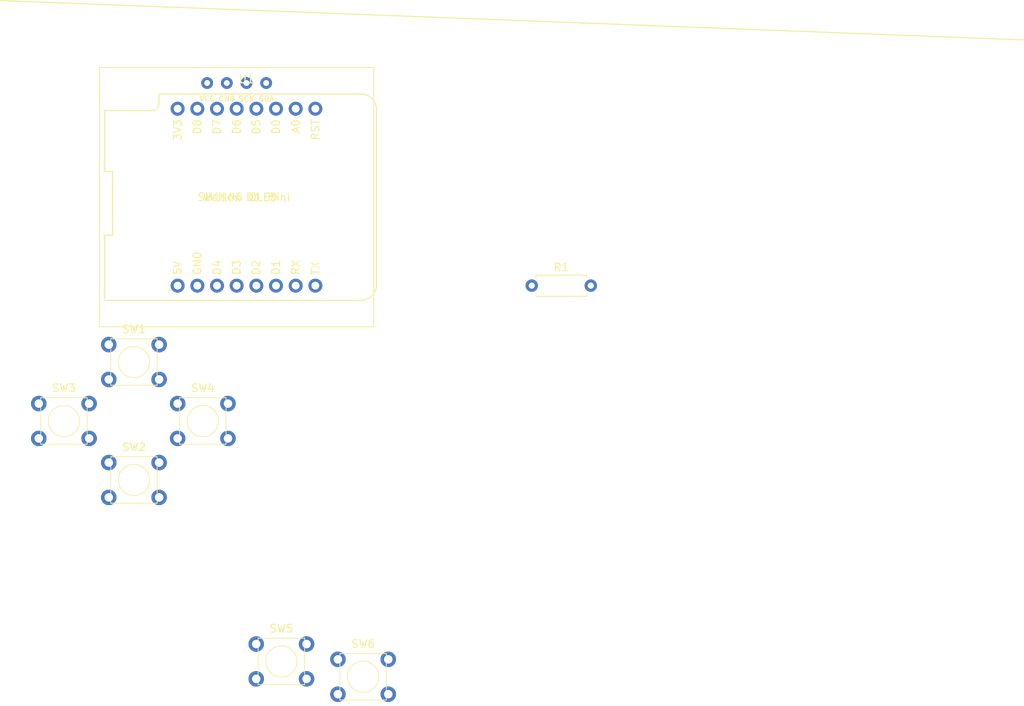
<source format=kicad_pcb>
(kicad_pcb (version 20171130) (host pcbnew 5.1.5+dfsg1-2build2)

  (general
    (thickness 1.6)
    (drawings 1)
    (tracks 0)
    (zones 0)
    (modules 9)
    (nets 24)
  )

  (page A4)
  (layers
    (0 F.Cu signal)
    (31 B.Cu signal)
    (32 B.Adhes user)
    (33 F.Adhes user)
    (34 B.Paste user)
    (35 F.Paste user)
    (36 B.SilkS user)
    (37 F.SilkS user)
    (38 B.Mask user)
    (39 F.Mask user)
    (40 Dwgs.User user)
    (41 Cmts.User user)
    (42 Eco1.User user)
    (43 Eco2.User user)
    (44 Edge.Cuts user)
    (45 Margin user)
    (46 B.CrtYd user hide)
    (47 F.CrtYd user hide)
    (48 B.Fab user hide)
    (49 F.Fab user hide)
  )

  (setup
    (last_trace_width 0.25)
    (trace_clearance 0.2)
    (zone_clearance 0.508)
    (zone_45_only no)
    (trace_min 0.2)
    (via_size 0.8)
    (via_drill 0.4)
    (via_min_size 0.4)
    (via_min_drill 0.3)
    (uvia_size 0.3)
    (uvia_drill 0.1)
    (uvias_allowed no)
    (uvia_min_size 0.2)
    (uvia_min_drill 0.1)
    (edge_width 0.1)
    (segment_width 0.2)
    (pcb_text_width 0.3)
    (pcb_text_size 1.5 1.5)
    (mod_edge_width 0.15)
    (mod_text_size 1 1)
    (mod_text_width 0.15)
    (pad_size 1.524 1.524)
    (pad_drill 0.762)
    (pad_to_mask_clearance 0)
    (aux_axis_origin 0 0)
    (visible_elements FFFFFF7F)
    (pcbplotparams
      (layerselection 0x010fc_ffffffff)
      (usegerberextensions false)
      (usegerberattributes false)
      (usegerberadvancedattributes false)
      (creategerberjobfile false)
      (excludeedgelayer true)
      (linewidth 0.100000)
      (plotframeref false)
      (viasonmask false)
      (mode 1)
      (useauxorigin false)
      (hpglpennumber 1)
      (hpglpenspeed 20)
      (hpglpendiameter 15.000000)
      (psnegative false)
      (psa4output false)
      (plotreference true)
      (plotvalue true)
      (plotinvisibletext false)
      (padsonsilk false)
      (subtractmaskfromsilk false)
      (outputformat 1)
      (mirror false)
      (drillshape 1)
      (scaleselection 1)
      (outputdirectory ""))
  )

  (net 0 "")
  (net 1 GND)
  (net 2 "Net-(Brd1-Pad2)")
  (net 3 "Net-(Brd1-Pad3)")
  (net 4 "Net-(Brd1-Pad4)")
  (net 5 +3V3)
  (net 6 /D0)
  (net 7 /D6)
  (net 8 /D7)
  (net 9 /D5)
  (net 10 /D4)
  (net 11 /D3)
  (net 12 +5V)
  (net 13 "Net-(D1-Pad4)")
  (net 14 "Net-(U1-Pad6)")
  (net 15 "Net-(U1-Pad11)")
  (net 16 "Net-(U1-Pad5)")
  (net 17 "Net-(U1-Pad12)")
  (net 18 "Net-(U1-Pad4)")
  (net 19 "Net-(U1-Pad3)")
  (net 20 "Net-(U1-Pad2)")
  (net 21 "Net-(U1-Pad15)")
  (net 22 "Net-(U1-Pad1)")
  (net 23 "Net-(U1-Pad16)")

  (net_class Default "This is the default net class."
    (clearance 0.2)
    (trace_width 0.25)
    (via_dia 0.8)
    (via_drill 0.4)
    (uvia_dia 0.3)
    (uvia_drill 0.1)
    (add_net +3V3)
    (add_net +5V)
    (add_net /D0)
    (add_net /D3)
    (add_net /D4)
    (add_net /D5)
    (add_net /D6)
    (add_net /D7)
    (add_net GND)
    (add_net "Net-(Brd1-Pad2)")
    (add_net "Net-(Brd1-Pad3)")
    (add_net "Net-(Brd1-Pad4)")
    (add_net "Net-(D1-Pad4)")
    (add_net "Net-(U1-Pad1)")
    (add_net "Net-(U1-Pad11)")
    (add_net "Net-(U1-Pad12)")
    (add_net "Net-(U1-Pad15)")
    (add_net "Net-(U1-Pad16)")
    (add_net "Net-(U1-Pad2)")
    (add_net "Net-(U1-Pad3)")
    (add_net "Net-(U1-Pad4)")
    (add_net "Net-(U1-Pad5)")
    (add_net "Net-(U1-Pad6)")
  )

  (module screens:SH1106-128x64-OLED (layer F.Cu) (tedit 610CF518) (tstamp 610CFD04)
    (at 132.08 90.17)
    (path /6108DD59)
    (fp_text reference Brd1 (at 0 -2.54) (layer F.SilkS) hide
      (effects (font (size 1 1) (thickness 0.15)))
    )
    (fp_text value SH1106 (at 0.127 18.1864) (layer F.Fab)
      (effects (font (size 1 1) (thickness 0.15)))
    )
    (fp_line (start 17.7 16.75) (end 17.7 -16.75) (layer F.SilkS) (width 0.12))
    (fp_line (start -17.7 -16.75) (end 17.7 -16.75) (layer F.SilkS) (width 0.12))
    (fp_text user VCC (at -3.7973 -12.7127) (layer F.SilkS)
      (effects (font (size 0.7 0.7) (thickness 0.125)))
    )
    (fp_text user GND (at -1.2573 -12.7127) (layer F.SilkS)
      (effects (font (size 0.7 0.7) (thickness 0.125)))
    )
    (fp_text user SCK (at 1.2827 -12.7127) (layer F.SilkS)
      (effects (font (size 0.7 0.7) (thickness 0.125)))
    )
    (fp_text user SDA (at 3.8227 -12.7127) (layer F.SilkS)
      (effects (font (size 0.7 0.7) (thickness 0.125)))
    )
    (fp_line (start -17.7 16.75) (end 17.7 16.75) (layer F.SilkS) (width 0.12))
    (fp_line (start -17.7 -16.75) (end -17.7 16.75) (layer F.SilkS) (width 0.12))
    (fp_text user "SH1106 OLED" (at 0.127 0) (layer F.SilkS)
      (effects (font (size 1 1) (thickness 0.15)))
    )
    (pad 1 thru_hole circle (at -3.81 -14.75) (size 1.524 1.524) (drill 0.762) (layers *.Cu *.Mask)
      (net 1 GND))
    (pad 2 thru_hole circle (at -1.27 -14.75) (size 1.524 1.524) (drill 0.762) (layers *.Cu *.Mask)
      (net 2 "Net-(Brd1-Pad2)"))
    (pad 3 thru_hole circle (at 1.27 -14.75) (size 1.524 1.524) (drill 0.762) (layers *.Cu *.Mask)
      (net 3 "Net-(Brd1-Pad3)"))
    (pad 4 thru_hole circle (at 3.81 -14.75) (size 1.524 1.524) (drill 0.762) (layers *.Cu *.Mask)
      (net 4 "Net-(Brd1-Pad4)"))
  )

  (module Resistor_THT:R_Axial_DIN0207_L6.3mm_D2.5mm_P7.62mm_Horizontal (layer F.Cu) (tedit 5AE5139B) (tstamp 610CFD1B)
    (at 170.18 101.6)
    (descr "Resistor, Axial_DIN0207 series, Axial, Horizontal, pin pitch=7.62mm, 0.25W = 1/4W, length*diameter=6.3*2.5mm^2, http://cdn-reichelt.de/documents/datenblatt/B400/1_4W%23YAG.pdf")
    (tags "Resistor Axial_DIN0207 series Axial Horizontal pin pitch 7.62mm 0.25W = 1/4W length 6.3mm diameter 2.5mm")
    (path /6113A66D)
    (fp_text reference R1 (at 3.81 -2.37) (layer F.SilkS)
      (effects (font (size 1 1) (thickness 0.15)))
    )
    (fp_text value 10K (at 3.81 2.37) (layer F.Fab)
      (effects (font (size 1 1) (thickness 0.15)))
    )
    (fp_line (start 0.66 -1.25) (end 0.66 1.25) (layer F.Fab) (width 0.1))
    (fp_line (start 0.66 1.25) (end 6.96 1.25) (layer F.Fab) (width 0.1))
    (fp_line (start 6.96 1.25) (end 6.96 -1.25) (layer F.Fab) (width 0.1))
    (fp_line (start 6.96 -1.25) (end 0.66 -1.25) (layer F.Fab) (width 0.1))
    (fp_line (start 0 0) (end 0.66 0) (layer F.Fab) (width 0.1))
    (fp_line (start 7.62 0) (end 6.96 0) (layer F.Fab) (width 0.1))
    (fp_line (start 0.54 -1.04) (end 0.54 -1.37) (layer F.SilkS) (width 0.12))
    (fp_line (start 0.54 -1.37) (end 7.08 -1.37) (layer F.SilkS) (width 0.12))
    (fp_line (start 7.08 -1.37) (end 7.08 -1.04) (layer F.SilkS) (width 0.12))
    (fp_line (start 0.54 1.04) (end 0.54 1.37) (layer F.SilkS) (width 0.12))
    (fp_line (start 0.54 1.37) (end 7.08 1.37) (layer F.SilkS) (width 0.12))
    (fp_line (start 7.08 1.37) (end 7.08 1.04) (layer F.SilkS) (width 0.12))
    (fp_line (start -1.05 -1.5) (end -1.05 1.5) (layer F.CrtYd) (width 0.05))
    (fp_line (start -1.05 1.5) (end 8.67 1.5) (layer F.CrtYd) (width 0.05))
    (fp_line (start 8.67 1.5) (end 8.67 -1.5) (layer F.CrtYd) (width 0.05))
    (fp_line (start 8.67 -1.5) (end -1.05 -1.5) (layer F.CrtYd) (width 0.05))
    (fp_text user %R (at 3.81 0) (layer F.Fab)
      (effects (font (size 1 1) (thickness 0.15)))
    )
    (pad 1 thru_hole circle (at 0 0) (size 1.6 1.6) (drill 0.8) (layers *.Cu *.Mask)
      (net 5 +3V3))
    (pad 2 thru_hole oval (at 7.62 0) (size 1.6 1.6) (drill 0.8) (layers *.Cu *.Mask)
      (net 6 /D0))
    (model ${KISYS3DMOD}/Resistor_THT.3dshapes/R_Axial_DIN0207_L6.3mm_D2.5mm_P7.62mm_Horizontal.wrl
      (at (xyz 0 0 0))
      (scale (xyz 1 1 1))
      (rotate (xyz 0 0 0))
    )
  )

  (module Buttons_Switches_THT:SW_PUSH_6mm (layer F.Cu) (tedit 610CC1CE) (tstamp 610CFD3A)
    (at 115.57 109.22)
    (descr https://www.omron.com/ecb/products/pdf/en-b3f.pdf)
    (tags "tact sw push 6mm")
    (path /6107F0D4)
    (fp_text reference SW1 (at 3.25 -2) (layer F.SilkS)
      (effects (font (size 1 1) (thickness 0.15)))
    )
    (fp_text value Up (at 3.75 7.62) (layer F.Fab)
      (effects (font (size 1 1) (thickness 0.15)))
    )
    (fp_text user %R (at 3.25 2.25) (layer F.Fab)
      (effects (font (size 1 1) (thickness 0.15)))
    )
    (fp_line (start 3.25 -0.75) (end 6.25 -0.75) (layer F.SilkS) (width 0.1))
    (fp_line (start 6.25 -0.75) (end 6.25 5.25) (layer F.SilkS) (width 0.1))
    (fp_line (start 6.25 5.25) (end 0.25 5.25) (layer F.SilkS) (width 0.1))
    (fp_line (start 0.25 5.25) (end 0.25 -0.75) (layer F.SilkS) (width 0.1))
    (fp_line (start 0.25 -0.75) (end 3.25 -0.75) (layer F.SilkS) (width 0.1))
    (fp_line (start 7.75 6) (end 8 6) (layer F.CrtYd) (width 0.05))
    (fp_line (start 8 6) (end 8 5.75) (layer F.CrtYd) (width 0.05))
    (fp_line (start 7.75 -1.5) (end 8 -1.5) (layer F.CrtYd) (width 0.05))
    (fp_line (start 8 -1.5) (end 8 -1.25) (layer F.CrtYd) (width 0.05))
    (fp_line (start -1.5 -1.25) (end -1.5 -1.5) (layer F.CrtYd) (width 0.05))
    (fp_line (start -1.5 -1.5) (end -1.25 -1.5) (layer F.CrtYd) (width 0.05))
    (fp_line (start -1.5 5.75) (end -1.5 6) (layer F.CrtYd) (width 0.05))
    (fp_line (start -1.5 6) (end -1.25 6) (layer F.CrtYd) (width 0.05))
    (fp_line (start -1.25 -1.5) (end 7.75 -1.5) (layer F.CrtYd) (width 0.05))
    (fp_line (start -1.5 5.75) (end -1.5 -1.25) (layer F.CrtYd) (width 0.05))
    (fp_line (start 7.75 6) (end -1.25 6) (layer F.CrtYd) (width 0.05))
    (fp_line (start 8 -1.25) (end 8 5.75) (layer F.CrtYd) (width 0.05))
    (fp_line (start 1 5.5) (end 5.5 5.5) (layer F.Fab) (width 0.12))
    (fp_line (start -0.25 1.5) (end -0.25 3) (layer F.Fab) (width 0.12))
    (fp_line (start 5.5 -1) (end 1 -1) (layer F.Fab) (width 0.12))
    (fp_line (start 6.75 3) (end 6.75 1.5) (layer F.Fab) (width 0.12))
    (fp_circle (center 3.25 2.25) (end 5.265564 2.25) (layer F.SilkS) (width 0.1))
    (pad 2 thru_hole circle (at 0 4.5 90) (size 2 2) (drill 1.1) (layers *.Cu *.Mask)
      (net 1 GND))
    (pad 1 thru_hole circle (at 0 0 90) (size 2 2) (drill 1.1) (layers *.Cu *.Mask)
      (net 7 /D6))
    (pad 2 thru_hole circle (at 6.5 4.5 90) (size 2 2) (drill 1.1) (layers *.Cu *.Mask)
      (net 1 GND))
    (pad 1 thru_hole circle (at 6.5 0 90) (size 2 2) (drill 1.1) (layers *.Cu *.Mask)
      (net 7 /D6))
    (model ${KISYS3DMOD}/Buttons_Switches_THT.3dshapes/SW_PUSH_6mm.wrl
      (offset (xyz 0.1269999980926514 0 0))
      (scale (xyz 0.3937 0.3937 0.3937))
      (rotate (xyz 0 0 0))
    )
  )

  (module Buttons_Switches_THT:SW_PUSH_6mm (layer F.Cu) (tedit 610CC1CE) (tstamp 610CFD59)
    (at 115.57 124.46)
    (descr https://www.omron.com/ecb/products/pdf/en-b3f.pdf)
    (tags "tact sw push 6mm")
    (path /6107FC58)
    (fp_text reference SW2 (at 3.25 -2) (layer F.SilkS)
      (effects (font (size 1 1) (thickness 0.15)))
    )
    (fp_text value Down (at 3.75 7.62) (layer F.Fab)
      (effects (font (size 1 1) (thickness 0.15)))
    )
    (fp_circle (center 3.25 2.25) (end 5.265564 2.25) (layer F.SilkS) (width 0.1))
    (fp_line (start 6.75 3) (end 6.75 1.5) (layer F.Fab) (width 0.12))
    (fp_line (start 5.5 -1) (end 1 -1) (layer F.Fab) (width 0.12))
    (fp_line (start -0.25 1.5) (end -0.25 3) (layer F.Fab) (width 0.12))
    (fp_line (start 1 5.5) (end 5.5 5.5) (layer F.Fab) (width 0.12))
    (fp_line (start 8 -1.25) (end 8 5.75) (layer F.CrtYd) (width 0.05))
    (fp_line (start 7.75 6) (end -1.25 6) (layer F.CrtYd) (width 0.05))
    (fp_line (start -1.5 5.75) (end -1.5 -1.25) (layer F.CrtYd) (width 0.05))
    (fp_line (start -1.25 -1.5) (end 7.75 -1.5) (layer F.CrtYd) (width 0.05))
    (fp_line (start -1.5 6) (end -1.25 6) (layer F.CrtYd) (width 0.05))
    (fp_line (start -1.5 5.75) (end -1.5 6) (layer F.CrtYd) (width 0.05))
    (fp_line (start -1.5 -1.5) (end -1.25 -1.5) (layer F.CrtYd) (width 0.05))
    (fp_line (start -1.5 -1.25) (end -1.5 -1.5) (layer F.CrtYd) (width 0.05))
    (fp_line (start 8 -1.5) (end 8 -1.25) (layer F.CrtYd) (width 0.05))
    (fp_line (start 7.75 -1.5) (end 8 -1.5) (layer F.CrtYd) (width 0.05))
    (fp_line (start 8 6) (end 8 5.75) (layer F.CrtYd) (width 0.05))
    (fp_line (start 7.75 6) (end 8 6) (layer F.CrtYd) (width 0.05))
    (fp_line (start 0.25 -0.75) (end 3.25 -0.75) (layer F.SilkS) (width 0.1))
    (fp_line (start 0.25 5.25) (end 0.25 -0.75) (layer F.SilkS) (width 0.1))
    (fp_line (start 6.25 5.25) (end 0.25 5.25) (layer F.SilkS) (width 0.1))
    (fp_line (start 6.25 -0.75) (end 6.25 5.25) (layer F.SilkS) (width 0.1))
    (fp_line (start 3.25 -0.75) (end 6.25 -0.75) (layer F.SilkS) (width 0.1))
    (fp_text user %R (at 3.25 2.25) (layer F.Fab)
      (effects (font (size 1 1) (thickness 0.15)))
    )
    (pad 1 thru_hole circle (at 6.5 0 90) (size 2 2) (drill 1.1) (layers *.Cu *.Mask)
      (net 6 /D0))
    (pad 2 thru_hole circle (at 6.5 4.5 90) (size 2 2) (drill 1.1) (layers *.Cu *.Mask)
      (net 1 GND))
    (pad 1 thru_hole circle (at 0 0 90) (size 2 2) (drill 1.1) (layers *.Cu *.Mask)
      (net 6 /D0))
    (pad 2 thru_hole circle (at 0 4.5 90) (size 2 2) (drill 1.1) (layers *.Cu *.Mask)
      (net 1 GND))
    (model ${KISYS3DMOD}/Buttons_Switches_THT.3dshapes/SW_PUSH_6mm.wrl
      (offset (xyz 0.1269999980926514 0 0))
      (scale (xyz 0.3937 0.3937 0.3937))
      (rotate (xyz 0 0 0))
    )
  )

  (module Buttons_Switches_THT:SW_PUSH_6mm (layer F.Cu) (tedit 610CC1CE) (tstamp 610CFD78)
    (at 106.53 116.84)
    (descr https://www.omron.com/ecb/products/pdf/en-b3f.pdf)
    (tags "tact sw push 6mm")
    (path /610800B0)
    (fp_text reference SW3 (at 3.25 -2) (layer F.SilkS)
      (effects (font (size 1 1) (thickness 0.15)))
    )
    (fp_text value Left (at 3.75 7.62) (layer F.Fab)
      (effects (font (size 1 1) (thickness 0.15)))
    )
    (fp_circle (center 3.25 2.25) (end 5.265564 2.25) (layer F.SilkS) (width 0.1))
    (fp_line (start 6.75 3) (end 6.75 1.5) (layer F.Fab) (width 0.12))
    (fp_line (start 5.5 -1) (end 1 -1) (layer F.Fab) (width 0.12))
    (fp_line (start -0.25 1.5) (end -0.25 3) (layer F.Fab) (width 0.12))
    (fp_line (start 1 5.5) (end 5.5 5.5) (layer F.Fab) (width 0.12))
    (fp_line (start 8 -1.25) (end 8 5.75) (layer F.CrtYd) (width 0.05))
    (fp_line (start 7.75 6) (end -1.25 6) (layer F.CrtYd) (width 0.05))
    (fp_line (start -1.5 5.75) (end -1.5 -1.25) (layer F.CrtYd) (width 0.05))
    (fp_line (start -1.25 -1.5) (end 7.75 -1.5) (layer F.CrtYd) (width 0.05))
    (fp_line (start -1.5 6) (end -1.25 6) (layer F.CrtYd) (width 0.05))
    (fp_line (start -1.5 5.75) (end -1.5 6) (layer F.CrtYd) (width 0.05))
    (fp_line (start -1.5 -1.5) (end -1.25 -1.5) (layer F.CrtYd) (width 0.05))
    (fp_line (start -1.5 -1.25) (end -1.5 -1.5) (layer F.CrtYd) (width 0.05))
    (fp_line (start 8 -1.5) (end 8 -1.25) (layer F.CrtYd) (width 0.05))
    (fp_line (start 7.75 -1.5) (end 8 -1.5) (layer F.CrtYd) (width 0.05))
    (fp_line (start 8 6) (end 8 5.75) (layer F.CrtYd) (width 0.05))
    (fp_line (start 7.75 6) (end 8 6) (layer F.CrtYd) (width 0.05))
    (fp_line (start 0.25 -0.75) (end 3.25 -0.75) (layer F.SilkS) (width 0.1))
    (fp_line (start 0.25 5.25) (end 0.25 -0.75) (layer F.SilkS) (width 0.1))
    (fp_line (start 6.25 5.25) (end 0.25 5.25) (layer F.SilkS) (width 0.1))
    (fp_line (start 6.25 -0.75) (end 6.25 5.25) (layer F.SilkS) (width 0.1))
    (fp_line (start 3.25 -0.75) (end 6.25 -0.75) (layer F.SilkS) (width 0.1))
    (fp_text user %R (at 3.25 2.25) (layer F.Fab)
      (effects (font (size 1 1) (thickness 0.15)))
    )
    (pad 1 thru_hole circle (at 6.5 0 90) (size 2 2) (drill 1.1) (layers *.Cu *.Mask)
      (net 8 /D7))
    (pad 2 thru_hole circle (at 6.5 4.5 90) (size 2 2) (drill 1.1) (layers *.Cu *.Mask)
      (net 1 GND))
    (pad 1 thru_hole circle (at 0 0 90) (size 2 2) (drill 1.1) (layers *.Cu *.Mask)
      (net 8 /D7))
    (pad 2 thru_hole circle (at 0 4.5 90) (size 2 2) (drill 1.1) (layers *.Cu *.Mask)
      (net 1 GND))
    (model ${KISYS3DMOD}/Buttons_Switches_THT.3dshapes/SW_PUSH_6mm.wrl
      (offset (xyz 0.1269999980926514 0 0))
      (scale (xyz 0.3937 0.3937 0.3937))
      (rotate (xyz 0 0 0))
    )
  )

  (module Buttons_Switches_THT:SW_PUSH_6mm (layer F.Cu) (tedit 610CC1CE) (tstamp 610CFD97)
    (at 124.46 116.84)
    (descr https://www.omron.com/ecb/products/pdf/en-b3f.pdf)
    (tags "tact sw push 6mm")
    (path /61080994)
    (fp_text reference SW4 (at 3.25 -2) (layer F.SilkS)
      (effects (font (size 1 1) (thickness 0.15)))
    )
    (fp_text value Right (at 3.75 7.62) (layer F.Fab)
      (effects (font (size 1 1) (thickness 0.15)))
    )
    (fp_text user %R (at 3.25 2.25) (layer F.Fab)
      (effects (font (size 1 1) (thickness 0.15)))
    )
    (fp_line (start 3.25 -0.75) (end 6.25 -0.75) (layer F.SilkS) (width 0.1))
    (fp_line (start 6.25 -0.75) (end 6.25 5.25) (layer F.SilkS) (width 0.1))
    (fp_line (start 6.25 5.25) (end 0.25 5.25) (layer F.SilkS) (width 0.1))
    (fp_line (start 0.25 5.25) (end 0.25 -0.75) (layer F.SilkS) (width 0.1))
    (fp_line (start 0.25 -0.75) (end 3.25 -0.75) (layer F.SilkS) (width 0.1))
    (fp_line (start 7.75 6) (end 8 6) (layer F.CrtYd) (width 0.05))
    (fp_line (start 8 6) (end 8 5.75) (layer F.CrtYd) (width 0.05))
    (fp_line (start 7.75 -1.5) (end 8 -1.5) (layer F.CrtYd) (width 0.05))
    (fp_line (start 8 -1.5) (end 8 -1.25) (layer F.CrtYd) (width 0.05))
    (fp_line (start -1.5 -1.25) (end -1.5 -1.5) (layer F.CrtYd) (width 0.05))
    (fp_line (start -1.5 -1.5) (end -1.25 -1.5) (layer F.CrtYd) (width 0.05))
    (fp_line (start -1.5 5.75) (end -1.5 6) (layer F.CrtYd) (width 0.05))
    (fp_line (start -1.5 6) (end -1.25 6) (layer F.CrtYd) (width 0.05))
    (fp_line (start -1.25 -1.5) (end 7.75 -1.5) (layer F.CrtYd) (width 0.05))
    (fp_line (start -1.5 5.75) (end -1.5 -1.25) (layer F.CrtYd) (width 0.05))
    (fp_line (start 7.75 6) (end -1.25 6) (layer F.CrtYd) (width 0.05))
    (fp_line (start 8 -1.25) (end 8 5.75) (layer F.CrtYd) (width 0.05))
    (fp_line (start 1 5.5) (end 5.5 5.5) (layer F.Fab) (width 0.12))
    (fp_line (start -0.25 1.5) (end -0.25 3) (layer F.Fab) (width 0.12))
    (fp_line (start 5.5 -1) (end 1 -1) (layer F.Fab) (width 0.12))
    (fp_line (start 6.75 3) (end 6.75 1.5) (layer F.Fab) (width 0.12))
    (fp_circle (center 3.25 2.25) (end 5.265564 2.25) (layer F.SilkS) (width 0.1))
    (pad 2 thru_hole circle (at 0 4.5 90) (size 2 2) (drill 1.1) (layers *.Cu *.Mask)
      (net 1 GND))
    (pad 1 thru_hole circle (at 0 0 90) (size 2 2) (drill 1.1) (layers *.Cu *.Mask)
      (net 9 /D5))
    (pad 2 thru_hole circle (at 6.5 4.5 90) (size 2 2) (drill 1.1) (layers *.Cu *.Mask)
      (net 1 GND))
    (pad 1 thru_hole circle (at 6.5 0 90) (size 2 2) (drill 1.1) (layers *.Cu *.Mask)
      (net 9 /D5))
    (model ${KISYS3DMOD}/Buttons_Switches_THT.3dshapes/SW_PUSH_6mm.wrl
      (offset (xyz 0.1269999980926514 0 0))
      (scale (xyz 0.3937 0.3937 0.3937))
      (rotate (xyz 0 0 0))
    )
  )

  (module Buttons_Switches_THT:SW_PUSH_6mm (layer F.Cu) (tedit 610CC1CE) (tstamp 610CFDB6)
    (at 134.605001 147.905001)
    (descr https://www.omron.com/ecb/products/pdf/en-b3f.pdf)
    (tags "tact sw push 6mm")
    (path /61080C78)
    (fp_text reference SW5 (at 3.25 -2) (layer F.SilkS)
      (effects (font (size 1 1) (thickness 0.15)))
    )
    (fp_text value A (at 3.75 7.62) (layer F.Fab)
      (effects (font (size 1 1) (thickness 0.15)))
    )
    (fp_text user %R (at 3.25 2.25) (layer F.Fab)
      (effects (font (size 1 1) (thickness 0.15)))
    )
    (fp_line (start 3.25 -0.75) (end 6.25 -0.75) (layer F.SilkS) (width 0.1))
    (fp_line (start 6.25 -0.75) (end 6.25 5.25) (layer F.SilkS) (width 0.1))
    (fp_line (start 6.25 5.25) (end 0.25 5.25) (layer F.SilkS) (width 0.1))
    (fp_line (start 0.25 5.25) (end 0.25 -0.75) (layer F.SilkS) (width 0.1))
    (fp_line (start 0.25 -0.75) (end 3.25 -0.75) (layer F.SilkS) (width 0.1))
    (fp_line (start 7.75 6) (end 8 6) (layer F.CrtYd) (width 0.05))
    (fp_line (start 8 6) (end 8 5.75) (layer F.CrtYd) (width 0.05))
    (fp_line (start 7.75 -1.5) (end 8 -1.5) (layer F.CrtYd) (width 0.05))
    (fp_line (start 8 -1.5) (end 8 -1.25) (layer F.CrtYd) (width 0.05))
    (fp_line (start -1.5 -1.25) (end -1.5 -1.5) (layer F.CrtYd) (width 0.05))
    (fp_line (start -1.5 -1.5) (end -1.25 -1.5) (layer F.CrtYd) (width 0.05))
    (fp_line (start -1.5 5.75) (end -1.5 6) (layer F.CrtYd) (width 0.05))
    (fp_line (start -1.5 6) (end -1.25 6) (layer F.CrtYd) (width 0.05))
    (fp_line (start -1.25 -1.5) (end 7.75 -1.5) (layer F.CrtYd) (width 0.05))
    (fp_line (start -1.5 5.75) (end -1.5 -1.25) (layer F.CrtYd) (width 0.05))
    (fp_line (start 7.75 6) (end -1.25 6) (layer F.CrtYd) (width 0.05))
    (fp_line (start 8 -1.25) (end 8 5.75) (layer F.CrtYd) (width 0.05))
    (fp_line (start 1 5.5) (end 5.5 5.5) (layer F.Fab) (width 0.12))
    (fp_line (start -0.25 1.5) (end -0.25 3) (layer F.Fab) (width 0.12))
    (fp_line (start 5.5 -1) (end 1 -1) (layer F.Fab) (width 0.12))
    (fp_line (start 6.75 3) (end 6.75 1.5) (layer F.Fab) (width 0.12))
    (fp_circle (center 3.25 2.25) (end 5.265564 2.25) (layer F.SilkS) (width 0.1))
    (pad 2 thru_hole circle (at 0 4.5 90) (size 2 2) (drill 1.1) (layers *.Cu *.Mask)
      (net 1 GND))
    (pad 1 thru_hole circle (at 0 0 90) (size 2 2) (drill 1.1) (layers *.Cu *.Mask)
      (net 10 /D4))
    (pad 2 thru_hole circle (at 6.5 4.5 90) (size 2 2) (drill 1.1) (layers *.Cu *.Mask)
      (net 1 GND))
    (pad 1 thru_hole circle (at 6.5 0 90) (size 2 2) (drill 1.1) (layers *.Cu *.Mask)
      (net 10 /D4))
    (model ${KISYS3DMOD}/Buttons_Switches_THT.3dshapes/SW_PUSH_6mm.wrl
      (offset (xyz 0.1269999980926514 0 0))
      (scale (xyz 0.3937 0.3937 0.3937))
      (rotate (xyz 0 0 0))
    )
  )

  (module Buttons_Switches_THT:SW_PUSH_6mm (layer F.Cu) (tedit 610CC1CE) (tstamp 610CFDD5)
    (at 145.155001 149.885001)
    (descr https://www.omron.com/ecb/products/pdf/en-b3f.pdf)
    (tags "tact sw push 6mm")
    (path /61080505)
    (fp_text reference SW6 (at 3.25 -2) (layer F.SilkS)
      (effects (font (size 1 1) (thickness 0.15)))
    )
    (fp_text value B (at 3.75 7.62) (layer F.Fab)
      (effects (font (size 1 1) (thickness 0.15)))
    )
    (fp_circle (center 3.25 2.25) (end 5.265564 2.25) (layer F.SilkS) (width 0.1))
    (fp_line (start 6.75 3) (end 6.75 1.5) (layer F.Fab) (width 0.12))
    (fp_line (start 5.5 -1) (end 1 -1) (layer F.Fab) (width 0.12))
    (fp_line (start -0.25 1.5) (end -0.25 3) (layer F.Fab) (width 0.12))
    (fp_line (start 1 5.5) (end 5.5 5.5) (layer F.Fab) (width 0.12))
    (fp_line (start 8 -1.25) (end 8 5.75) (layer F.CrtYd) (width 0.05))
    (fp_line (start 7.75 6) (end -1.25 6) (layer F.CrtYd) (width 0.05))
    (fp_line (start -1.5 5.75) (end -1.5 -1.25) (layer F.CrtYd) (width 0.05))
    (fp_line (start -1.25 -1.5) (end 7.75 -1.5) (layer F.CrtYd) (width 0.05))
    (fp_line (start -1.5 6) (end -1.25 6) (layer F.CrtYd) (width 0.05))
    (fp_line (start -1.5 5.75) (end -1.5 6) (layer F.CrtYd) (width 0.05))
    (fp_line (start -1.5 -1.5) (end -1.25 -1.5) (layer F.CrtYd) (width 0.05))
    (fp_line (start -1.5 -1.25) (end -1.5 -1.5) (layer F.CrtYd) (width 0.05))
    (fp_line (start 8 -1.5) (end 8 -1.25) (layer F.CrtYd) (width 0.05))
    (fp_line (start 7.75 -1.5) (end 8 -1.5) (layer F.CrtYd) (width 0.05))
    (fp_line (start 8 6) (end 8 5.75) (layer F.CrtYd) (width 0.05))
    (fp_line (start 7.75 6) (end 8 6) (layer F.CrtYd) (width 0.05))
    (fp_line (start 0.25 -0.75) (end 3.25 -0.75) (layer F.SilkS) (width 0.1))
    (fp_line (start 0.25 5.25) (end 0.25 -0.75) (layer F.SilkS) (width 0.1))
    (fp_line (start 6.25 5.25) (end 0.25 5.25) (layer F.SilkS) (width 0.1))
    (fp_line (start 6.25 -0.75) (end 6.25 5.25) (layer F.SilkS) (width 0.1))
    (fp_line (start 3.25 -0.75) (end 6.25 -0.75) (layer F.SilkS) (width 0.1))
    (fp_text user %R (at 3.25 2.25) (layer F.Fab)
      (effects (font (size 1 1) (thickness 0.15)))
    )
    (pad 1 thru_hole circle (at 6.5 0 90) (size 2 2) (drill 1.1) (layers *.Cu *.Mask)
      (net 11 /D3))
    (pad 2 thru_hole circle (at 6.5 4.5 90) (size 2 2) (drill 1.1) (layers *.Cu *.Mask)
      (net 1 GND))
    (pad 1 thru_hole circle (at 0 0 90) (size 2 2) (drill 1.1) (layers *.Cu *.Mask)
      (net 11 /D3))
    (pad 2 thru_hole circle (at 0 4.5 90) (size 2 2) (drill 1.1) (layers *.Cu *.Mask)
      (net 1 GND))
    (model ${KISYS3DMOD}/Buttons_Switches_THT.3dshapes/SW_PUSH_6mm.wrl
      (offset (xyz 0.1269999980926514 0 0))
      (scale (xyz 0.3937 0.3937 0.3937))
      (rotate (xyz 0 0 0))
    )
  )

  (module wemos-d1-mini:wemos-d1-mini-with-pin-header-and-connector (layer F.Cu) (tedit 610C99A9) (tstamp 610CFE10)
    (at 133.35 90.17)
    (path /6107D786)
    (fp_text reference U1 (at 0 -15.24) (layer F.SilkS)
      (effects (font (size 1 1) (thickness 0.15)))
    )
    (fp_text value "WeMos D1 Mini" (at 0 0) (layer F.SilkS)
      (effects (font (size 1 1) (thickness 0.15)))
    )
    (fp_line (start -18.3 13.33) (end 14.78 13.33) (layer F.SilkS) (width 0.15))
    (fp_line (start 16.78 11.33) (end 16.78 -11.33) (layer F.SilkS) (width 0.15))
    (fp_line (start 14.78 -13.33) (end -11.3 -13.33) (layer F.SilkS) (width 0.15))
    (fp_line (start -18.3 -11.18) (end -18.3 -3.32) (layer F.SilkS) (width 0.15))
    (fp_line (start -18.3 -3.32) (end -17.3 -3.32) (layer F.SilkS) (width 0.15))
    (fp_line (start -17.3 -3.32) (end -17.3 4.9) (layer F.SilkS) (width 0.15))
    (fp_line (start -17.3 4.9) (end -18.3 4.9) (layer F.SilkS) (width 0.15))
    (fp_line (start -18.3 4.9) (end -18.3 13.329999) (layer F.SilkS) (width 0.15))
    (fp_line (start -11.48 -13.5) (end 14.85 -13.5) (layer F.CrtYd) (width 0.05))
    (fp_line (start 16.94 -11.5) (end 16.94 11.5) (layer F.CrtYd) (width 0.05))
    (fp_line (start 14.94 13.5) (end -18.46 13.5) (layer F.CrtYd) (width 0.05))
    (fp_line (start -18.46 13.5) (end -18.46 -11.33) (layer F.CrtYd) (width 0.05))
    (fp_arc (start 14.78 -11.33) (end 14.78 -13.33) (angle 90) (layer F.SilkS) (width 0.15))
    (fp_arc (start 14.78 11.33) (end 16.78 11.33) (angle 90) (layer F.SilkS) (width 0.15))
    (fp_arc (start 14.94 11.5) (end 16.94 11.5) (angle 90) (layer F.CrtYd) (width 0.05))
    (fp_arc (start 14.94 -11.5) (end 14.85 -13.5) (angle 92.57657183) (layer F.CrtYd) (width 0.05))
    (fp_line (start -18.3 -11.18) (end -12.3 -11.18) (layer F.SilkS) (width 0.15))
    (fp_arc (start -12.3 -12.18) (end -11.3 -12.18) (angle 90) (layer F.SilkS) (width 0.15))
    (fp_line (start -11.3 -12.17) (end -11.3 -13.33) (layer F.SilkS) (width 0.15))
    (fp_line (start -11.3 -13.33) (end -11.3 -13.33) (layer F.SilkS) (width 0.15))
    (fp_line (start -11.48 -13.5) (end -11.48 -12.33) (layer F.CrtYd) (width 0.05))
    (fp_line (start -18.46 -11.33) (end -12.48 -11.33) (layer F.CrtYd) (width 0.05))
    (fp_arc (start -12.48 -12.33) (end -11.48 -12.33) (angle 90) (layer F.CrtYd) (width 0.05))
    (fp_text user 5V (at -8.89 10.16 90) (layer F.SilkS)
      (effects (font (size 1 1) (thickness 0.15)) (justify left))
    )
    (fp_text user GND (at -6.35 10.16 90) (layer F.SilkS)
      (effects (font (size 1 1) (thickness 0.15)) (justify left))
    )
    (fp_text user D4 (at -3.81 10.16 90) (layer F.SilkS)
      (effects (font (size 1 1) (thickness 0.15)) (justify left))
    )
    (fp_text user D3 (at -1.27 10.16 90) (layer F.SilkS)
      (effects (font (size 1 1) (thickness 0.15)) (justify left))
    )
    (fp_text user D2 (at 1.27 10.16 90) (layer F.SilkS)
      (effects (font (size 1 1) (thickness 0.15)) (justify left))
    )
    (fp_text user D1 (at 3.81 10.16 90) (layer F.SilkS)
      (effects (font (size 1 1) (thickness 0.15)) (justify left))
    )
    (fp_text user RX (at 6.35 10.16 90) (layer F.SilkS)
      (effects (font (size 1 1) (thickness 0.15)) (justify left))
    )
    (fp_text user TX (at 8.89 10.16 90) (layer F.SilkS)
      (effects (font (size 1 1) (thickness 0.15)) (justify left))
    )
    (fp_text user 3V3 (at -8.89 -10.16 90) (layer F.SilkS)
      (effects (font (size 1 1) (thickness 0.15)) (justify right))
    )
    (fp_text user D8 (at -6.35 -10.16 90) (layer F.SilkS)
      (effects (font (size 1 1) (thickness 0.15)) (justify right))
    )
    (fp_text user D7 (at -3.81 -10.16 90) (layer F.SilkS)
      (effects (font (size 1 1) (thickness 0.15)) (justify right))
    )
    (fp_text user D6 (at -1.27 -10.16 90) (layer F.SilkS)
      (effects (font (size 1 1) (thickness 0.15)) (justify right))
    )
    (fp_text user D5 (at 1.27 -10.16 90) (layer F.SilkS)
      (effects (font (size 1 1) (thickness 0.15)) (justify right))
    )
    (fp_text user D0 (at 3.81 -10.16 90) (layer F.SilkS)
      (effects (font (size 1 1) (thickness 0.15)) (justify right))
    )
    (fp_text user A0 (at 6.35 -10.16 90) (layer F.SilkS)
      (effects (font (size 1 1) (thickness 0.15)) (justify right))
    )
    (fp_text user RST (at 8.89 -10.16 90) (layer F.SilkS)
      (effects (font (size 1 1) (thickness 0.15)) (justify right))
    )
    (pad 8 thru_hole circle (at -8.89 -11.43) (size 1.8 1.8) (drill 1.016) (layers *.Cu *.Mask)
      (net 2 "Net-(Brd1-Pad2)"))
    (pad 9 thru_hole circle (at -8.89 11.43) (size 1.8 1.8) (drill 1.016) (layers *.Cu *.Mask)
      (net 12 +5V))
    (pad 7 thru_hole circle (at -6.35 -11.43) (size 1.8 1.8) (drill 1.016) (layers *.Cu *.Mask)
      (net 13 "Net-(D1-Pad4)"))
    (pad 10 thru_hole circle (at -6.35 11.43) (size 1.8 1.8) (drill 1.016) (layers *.Cu *.Mask)
      (net 1 GND))
    (pad 6 thru_hole circle (at -3.81 -11.43 90) (size 1.8 1.8) (drill 1.016) (layers *.Cu *.Mask)
      (net 14 "Net-(U1-Pad6)"))
    (pad 11 thru_hole circle (at -3.81 11.43) (size 1.8 1.8) (drill 1.016) (layers *.Cu *.Mask)
      (net 15 "Net-(U1-Pad11)"))
    (pad 5 thru_hole circle (at -1.27 -11.43) (size 1.8 1.8) (drill 1.016) (layers *.Cu *.Mask)
      (net 16 "Net-(U1-Pad5)"))
    (pad 12 thru_hole circle (at -1.27 11.43) (size 1.8 1.8) (drill 1.016) (layers *.Cu *.Mask)
      (net 17 "Net-(U1-Pad12)"))
    (pad 4 thru_hole circle (at 1.27 -11.43) (size 1.8 1.8) (drill 1.016) (layers *.Cu *.Mask)
      (net 18 "Net-(U1-Pad4)"))
    (pad 13 thru_hole circle (at 1.27 11.43) (size 1.8 1.8) (drill 1.016) (layers *.Cu *.Mask)
      (net 4 "Net-(Brd1-Pad4)"))
    (pad 3 thru_hole circle (at 3.81 -11.43) (size 1.8 1.8) (drill 1.016) (layers *.Cu *.Mask)
      (net 19 "Net-(U1-Pad3)"))
    (pad 14 thru_hole circle (at 3.81 11.43) (size 1.8 1.8) (drill 1.016) (layers *.Cu *.Mask)
      (net 3 "Net-(Brd1-Pad3)"))
    (pad 2 thru_hole circle (at 6.35 -11.43) (size 1.8 1.8) (drill 1.016) (layers *.Cu *.Mask)
      (net 20 "Net-(U1-Pad2)"))
    (pad 15 thru_hole circle (at 6.35 11.43) (size 1.8 1.8) (drill 1.016) (layers *.Cu *.Mask)
      (net 21 "Net-(U1-Pad15)"))
    (pad 1 thru_hole circle (at 8.89 -11.43) (size 1.8 1.8) (drill 1.016) (layers *.Cu *.Mask)
      (net 22 "Net-(U1-Pad1)"))
    (pad 16 thru_hole circle (at 8.89 11.43) (size 1.8 1.8) (drill 1.016) (layers *.Cu *.Mask)
      (net 23 "Net-(U1-Pad16)"))
    (model ${KIPRJMOD}/3dshapes/wemos_d1_mini.3dshapes/d1_mini_shield.wrl
      (offset (xyz -17.89999973116897 -12.79999980776329 8.39999987384466))
      (scale (xyz 0.3937 0.3937 0.3937))
      (rotate (xyz 0 180 90))
    )
    (model ${KIPRJMOD}/3dshapes/wemos_d1_mini.3dshapes/SLW-108-01-G-S.wrl
      (offset (xyz 0 -11.39999982878918 0))
      (scale (xyz 0.3937 0.3937 0.3937))
      (rotate (xyz -90 0 0))
    )
    (model ${KIPRJMOD}/3dshapes/wemos_d1_mini.3dshapes/SLW-108-01-G-S.wrl
      (offset (xyz 0 11.39999982878918 0))
      (scale (xyz 0.3937 0.3937 0.3937))
      (rotate (xyz -90 0 0))
    )
    (model ${KIPRJMOD}/3dshapes/wemos_d1_mini.3dshapes/TSW-108-05-G-S.wrl
      (offset (xyz 0 -11.39999982878918 7.299999890364999))
      (scale (xyz 0.3937 0.3937 0.3937))
      (rotate (xyz 90 0 0))
    )
    (model ${KIPRJMOD}/3dshapes/wemos_d1_mini.3dshapes/TSW-108-05-G-S.wrl
      (offset (xyz 0 11.39999982878918 7.299999890364999))
      (scale (xyz 0.3937 0.3937 0.3937))
      (rotate (xyz 90 0 0))
    )
  )

  (gr_line (start 101.6 64.77) (end 233.68 69.85) (layer F.SilkS) (width 0.15))

)

</source>
